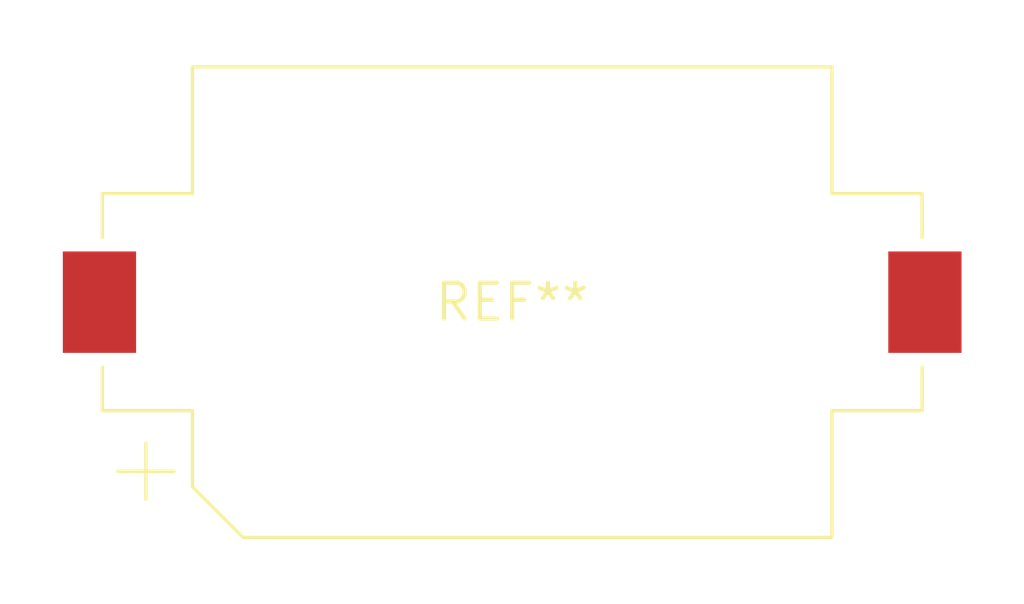
<source format=kicad_pcb>
(kicad_pcb (version 20240108) (generator pcbnew)
  (layers (0 "F.Cu" signal) (31 "B.Cu" signal) (34 "B.Paste" user) (35 "F.Paste" user) (36 "B.SilkS" user "B.Silkscreen") (37 "F.SilkS" user "F.Silkscreen") (38 "B.Mask" user) (39 "F.Mask" user) (44 "Edge.Cuts" user))
  (net 0 "")
  (footprint "BatteryHolder_Keystone_1060_1x2032" (layer "F.Cu") (at 0 0)
    (property "Reference" "REF**")
    (property "Value" "BatteryHolder_Keystone_1060_1x2032")
    (fp_line (start -14.55 -3.85) (end -14.55 -2.3) (layer "F.SilkS") (stroke (width 0.12)))
    (fp_line (start -14.55 3.85) (end -14.55 2.3) (layer "F.SilkS") (stroke (width 0.12)))
    (fp_line (start -13 5) (end -13 7) (layer "F.SilkS") (stroke (width 0.12)))
    (fp_line (start -12 6) (end -14 6) (layer "F.SilkS") (stroke (width 0.12)))
    (fp_line (start -11.35 -8.35) (end -11.35 -3.85) (layer "F.SilkS") (stroke (width 0.12)))
    (fp_line (start -11.35 -8.35) (end 11.35 -8.35) (layer "F.SilkS") (stroke (width 0.12)))
    (fp_line (start -11.35 -3.85) (end -14.55 -3.85) (layer "F.SilkS") (stroke (width 0.12)))
    (fp_line (start -11.35 3.85) (end -14.55 3.85) (layer "F.SilkS") (stroke (width 0.12)))
    (fp_line (start -11.35 6.55) (end -11.35 3.85) (layer "F.SilkS") (stroke (width 0.12)))
    (fp_line (start -9.55 8.35) (end -11.35 6.55) (layer "F.SilkS") (stroke (width 0.12)))
    (fp_line (start 11.35 -8.35) (end 11.35 -3.85) (layer "F.SilkS") (stroke (width 0.12)))
    (fp_line (start 11.35 -3.85) (end 14.55 -3.85) (layer "F.SilkS") (stroke (width 0.12)))
    (fp_line (start 11.35 3.85) (end 14.55 3.85) (layer "F.SilkS") (stroke (width 0.12)))
    (fp_line (start 11.35 8.35) (end -9.55 8.35) (layer "F.SilkS") (stroke (width 0.12)))
    (fp_line (start 11.35 8.35) (end 11.35 3.85) (layer "F.SilkS") (stroke (width 0.12)))
    (fp_line (start 14.55 -3.85) (end 14.55 -2.3) (layer "F.SilkS") (stroke (width 0.12)))
    (fp_line (start 14.55 3.85) (end 14.55 2.3) (layer "F.SilkS") (stroke (width 0.12)))
    (pad "1" smd rect (at -14.65 0 180) (size 2.6 3.6) (layers "F.Cu" "F.Paste" "F.Mask"))
    (pad "2" smd rect (at 14.65 0 180) (size 2.6 3.6) (layers "F.Cu" "F.Paste" "F.Mask"))
  )
)
</source>
